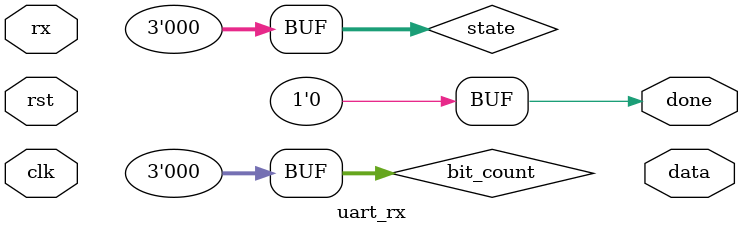
<source format=v>
module uart_rx(
    input clk,               // System Clock
    input rst,               // System Reset
    input rx,                // UART RX line
    output reg[7:0] data,    // Received data byte
    output reg done = 0      // Indicates if data was received
);

    parameter IDLE = 0, START = 1, DATA = 2, STOP = 3;
    reg[2:0] state = IDLE;
    reg[2:0] bit_count = 0;
    reg[7:0] shift_reg;
    
// this part wil be changed
/*
    always @(posedge clk or posedge rst) begin
        if (rst) begin
            state <= IDLE;
            bit_count <= 0;
            done <= 0;
        end else begin
            case(state)
                IDLE:
                    if (!rx) begin  // Detect start bit
                        state <= START;
                    end

                START: 
                    state <= DATA;

                DATA: 
                    shift_reg <= {rx, shift_reg[7:1]};  // Shift in bits
                    bit_count <= bit_count + 1;
                    if (bit_count == 3'd8) begin
                        state <= STOP;
                    end

                STOP: 
                    if (rx) begin  // Stop bit is high
                        data <= shift_reg;
                        done <= 1;
                        state <= IDLE;
                    end
            endcase
        end
    end
*/
endmodule

</source>
